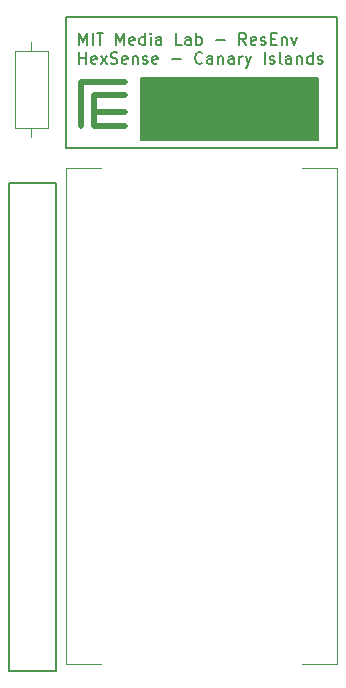
<source format=gbr>
%TF.GenerationSoftware,KiCad,Pcbnew,7.0.5*%
%TF.CreationDate,2024-01-23T00:39:16-05:00*%
%TF.ProjectId,SIDE,53494445-2e6b-4696-9361-645f70636258,rev?*%
%TF.SameCoordinates,Original*%
%TF.FileFunction,Legend,Top*%
%TF.FilePolarity,Positive*%
%FSLAX46Y46*%
G04 Gerber Fmt 4.6, Leading zero omitted, Abs format (unit mm)*
G04 Created by KiCad (PCBNEW 7.0.5) date 2024-01-23 00:39:16*
%MOMM*%
%LPD*%
G01*
G04 APERTURE LIST*
%ADD10C,0.150000*%
%ADD11C,0.500000*%
%ADD12C,0.120000*%
G04 APERTURE END LIST*
D10*
X175220000Y-72718022D02*
X198220000Y-72718022D01*
X198220000Y-83818022D01*
X175220000Y-83818022D01*
X175220000Y-72718022D01*
D11*
X177620000Y-80718022D02*
X180220000Y-80718022D01*
X176520000Y-78218022D02*
X180220000Y-78218022D01*
X177620000Y-81968022D02*
X177620000Y-79284690D01*
X177620000Y-81968022D02*
X180220000Y-81968022D01*
X176520000Y-78218022D02*
X176520000Y-81968022D01*
D10*
X170430000Y-86768022D02*
X174430000Y-86768022D01*
X174430000Y-128062022D01*
X170430000Y-128062022D01*
X170430000Y-86768022D01*
X181620000Y-77918022D02*
X196570000Y-77918022D01*
X196570000Y-83168022D01*
X181620000Y-83168022D01*
X181620000Y-77918022D01*
G36*
X181620000Y-77918022D02*
G01*
X196570000Y-77918022D01*
X196570000Y-83168022D01*
X181620000Y-83168022D01*
X181620000Y-77918022D01*
G37*
D11*
X177620000Y-79284690D02*
X180220000Y-79284690D01*
D10*
X176356779Y-75077841D02*
X176356779Y-74077841D01*
X176356779Y-74077841D02*
X176690112Y-74792126D01*
X176690112Y-74792126D02*
X177023445Y-74077841D01*
X177023445Y-74077841D02*
X177023445Y-75077841D01*
X177499636Y-75077841D02*
X177499636Y-74077841D01*
X177832969Y-74077841D02*
X178404397Y-74077841D01*
X178118683Y-75077841D02*
X178118683Y-74077841D01*
X179499636Y-75077841D02*
X179499636Y-74077841D01*
X179499636Y-74077841D02*
X179832969Y-74792126D01*
X179832969Y-74792126D02*
X180166302Y-74077841D01*
X180166302Y-74077841D02*
X180166302Y-75077841D01*
X181023445Y-75030222D02*
X180928207Y-75077841D01*
X180928207Y-75077841D02*
X180737731Y-75077841D01*
X180737731Y-75077841D02*
X180642493Y-75030222D01*
X180642493Y-75030222D02*
X180594874Y-74934983D01*
X180594874Y-74934983D02*
X180594874Y-74554031D01*
X180594874Y-74554031D02*
X180642493Y-74458793D01*
X180642493Y-74458793D02*
X180737731Y-74411174D01*
X180737731Y-74411174D02*
X180928207Y-74411174D01*
X180928207Y-74411174D02*
X181023445Y-74458793D01*
X181023445Y-74458793D02*
X181071064Y-74554031D01*
X181071064Y-74554031D02*
X181071064Y-74649269D01*
X181071064Y-74649269D02*
X180594874Y-74744507D01*
X181928207Y-75077841D02*
X181928207Y-74077841D01*
X181928207Y-75030222D02*
X181832969Y-75077841D01*
X181832969Y-75077841D02*
X181642493Y-75077841D01*
X181642493Y-75077841D02*
X181547255Y-75030222D01*
X181547255Y-75030222D02*
X181499636Y-74982602D01*
X181499636Y-74982602D02*
X181452017Y-74887364D01*
X181452017Y-74887364D02*
X181452017Y-74601650D01*
X181452017Y-74601650D02*
X181499636Y-74506412D01*
X181499636Y-74506412D02*
X181547255Y-74458793D01*
X181547255Y-74458793D02*
X181642493Y-74411174D01*
X181642493Y-74411174D02*
X181832969Y-74411174D01*
X181832969Y-74411174D02*
X181928207Y-74458793D01*
X182404398Y-75077841D02*
X182404398Y-74411174D01*
X182404398Y-74077841D02*
X182356779Y-74125460D01*
X182356779Y-74125460D02*
X182404398Y-74173079D01*
X182404398Y-74173079D02*
X182452017Y-74125460D01*
X182452017Y-74125460D02*
X182404398Y-74077841D01*
X182404398Y-74077841D02*
X182404398Y-74173079D01*
X183309159Y-75077841D02*
X183309159Y-74554031D01*
X183309159Y-74554031D02*
X183261540Y-74458793D01*
X183261540Y-74458793D02*
X183166302Y-74411174D01*
X183166302Y-74411174D02*
X182975826Y-74411174D01*
X182975826Y-74411174D02*
X182880588Y-74458793D01*
X183309159Y-75030222D02*
X183213921Y-75077841D01*
X183213921Y-75077841D02*
X182975826Y-75077841D01*
X182975826Y-75077841D02*
X182880588Y-75030222D01*
X182880588Y-75030222D02*
X182832969Y-74934983D01*
X182832969Y-74934983D02*
X182832969Y-74839745D01*
X182832969Y-74839745D02*
X182880588Y-74744507D01*
X182880588Y-74744507D02*
X182975826Y-74696888D01*
X182975826Y-74696888D02*
X183213921Y-74696888D01*
X183213921Y-74696888D02*
X183309159Y-74649269D01*
X185023445Y-75077841D02*
X184547255Y-75077841D01*
X184547255Y-75077841D02*
X184547255Y-74077841D01*
X185785350Y-75077841D02*
X185785350Y-74554031D01*
X185785350Y-74554031D02*
X185737731Y-74458793D01*
X185737731Y-74458793D02*
X185642493Y-74411174D01*
X185642493Y-74411174D02*
X185452017Y-74411174D01*
X185452017Y-74411174D02*
X185356779Y-74458793D01*
X185785350Y-75030222D02*
X185690112Y-75077841D01*
X185690112Y-75077841D02*
X185452017Y-75077841D01*
X185452017Y-75077841D02*
X185356779Y-75030222D01*
X185356779Y-75030222D02*
X185309160Y-74934983D01*
X185309160Y-74934983D02*
X185309160Y-74839745D01*
X185309160Y-74839745D02*
X185356779Y-74744507D01*
X185356779Y-74744507D02*
X185452017Y-74696888D01*
X185452017Y-74696888D02*
X185690112Y-74696888D01*
X185690112Y-74696888D02*
X185785350Y-74649269D01*
X186261541Y-75077841D02*
X186261541Y-74077841D01*
X186261541Y-74458793D02*
X186356779Y-74411174D01*
X186356779Y-74411174D02*
X186547255Y-74411174D01*
X186547255Y-74411174D02*
X186642493Y-74458793D01*
X186642493Y-74458793D02*
X186690112Y-74506412D01*
X186690112Y-74506412D02*
X186737731Y-74601650D01*
X186737731Y-74601650D02*
X186737731Y-74887364D01*
X186737731Y-74887364D02*
X186690112Y-74982602D01*
X186690112Y-74982602D02*
X186642493Y-75030222D01*
X186642493Y-75030222D02*
X186547255Y-75077841D01*
X186547255Y-75077841D02*
X186356779Y-75077841D01*
X186356779Y-75077841D02*
X186261541Y-75030222D01*
X187928208Y-74696888D02*
X188690113Y-74696888D01*
X190499636Y-75077841D02*
X190166303Y-74601650D01*
X189928208Y-75077841D02*
X189928208Y-74077841D01*
X189928208Y-74077841D02*
X190309160Y-74077841D01*
X190309160Y-74077841D02*
X190404398Y-74125460D01*
X190404398Y-74125460D02*
X190452017Y-74173079D01*
X190452017Y-74173079D02*
X190499636Y-74268317D01*
X190499636Y-74268317D02*
X190499636Y-74411174D01*
X190499636Y-74411174D02*
X190452017Y-74506412D01*
X190452017Y-74506412D02*
X190404398Y-74554031D01*
X190404398Y-74554031D02*
X190309160Y-74601650D01*
X190309160Y-74601650D02*
X189928208Y-74601650D01*
X191309160Y-75030222D02*
X191213922Y-75077841D01*
X191213922Y-75077841D02*
X191023446Y-75077841D01*
X191023446Y-75077841D02*
X190928208Y-75030222D01*
X190928208Y-75030222D02*
X190880589Y-74934983D01*
X190880589Y-74934983D02*
X190880589Y-74554031D01*
X190880589Y-74554031D02*
X190928208Y-74458793D01*
X190928208Y-74458793D02*
X191023446Y-74411174D01*
X191023446Y-74411174D02*
X191213922Y-74411174D01*
X191213922Y-74411174D02*
X191309160Y-74458793D01*
X191309160Y-74458793D02*
X191356779Y-74554031D01*
X191356779Y-74554031D02*
X191356779Y-74649269D01*
X191356779Y-74649269D02*
X190880589Y-74744507D01*
X191737732Y-75030222D02*
X191832970Y-75077841D01*
X191832970Y-75077841D02*
X192023446Y-75077841D01*
X192023446Y-75077841D02*
X192118684Y-75030222D01*
X192118684Y-75030222D02*
X192166303Y-74934983D01*
X192166303Y-74934983D02*
X192166303Y-74887364D01*
X192166303Y-74887364D02*
X192118684Y-74792126D01*
X192118684Y-74792126D02*
X192023446Y-74744507D01*
X192023446Y-74744507D02*
X191880589Y-74744507D01*
X191880589Y-74744507D02*
X191785351Y-74696888D01*
X191785351Y-74696888D02*
X191737732Y-74601650D01*
X191737732Y-74601650D02*
X191737732Y-74554031D01*
X191737732Y-74554031D02*
X191785351Y-74458793D01*
X191785351Y-74458793D02*
X191880589Y-74411174D01*
X191880589Y-74411174D02*
X192023446Y-74411174D01*
X192023446Y-74411174D02*
X192118684Y-74458793D01*
X192594875Y-74554031D02*
X192928208Y-74554031D01*
X193071065Y-75077841D02*
X192594875Y-75077841D01*
X192594875Y-75077841D02*
X192594875Y-74077841D01*
X192594875Y-74077841D02*
X193071065Y-74077841D01*
X193499637Y-74411174D02*
X193499637Y-75077841D01*
X193499637Y-74506412D02*
X193547256Y-74458793D01*
X193547256Y-74458793D02*
X193642494Y-74411174D01*
X193642494Y-74411174D02*
X193785351Y-74411174D01*
X193785351Y-74411174D02*
X193880589Y-74458793D01*
X193880589Y-74458793D02*
X193928208Y-74554031D01*
X193928208Y-74554031D02*
X193928208Y-75077841D01*
X194309161Y-74411174D02*
X194547256Y-75077841D01*
X194547256Y-75077841D02*
X194785351Y-74411174D01*
X176356779Y-76687841D02*
X176356779Y-75687841D01*
X176356779Y-76164031D02*
X176928207Y-76164031D01*
X176928207Y-76687841D02*
X176928207Y-75687841D01*
X177785350Y-76640222D02*
X177690112Y-76687841D01*
X177690112Y-76687841D02*
X177499636Y-76687841D01*
X177499636Y-76687841D02*
X177404398Y-76640222D01*
X177404398Y-76640222D02*
X177356779Y-76544983D01*
X177356779Y-76544983D02*
X177356779Y-76164031D01*
X177356779Y-76164031D02*
X177404398Y-76068793D01*
X177404398Y-76068793D02*
X177499636Y-76021174D01*
X177499636Y-76021174D02*
X177690112Y-76021174D01*
X177690112Y-76021174D02*
X177785350Y-76068793D01*
X177785350Y-76068793D02*
X177832969Y-76164031D01*
X177832969Y-76164031D02*
X177832969Y-76259269D01*
X177832969Y-76259269D02*
X177356779Y-76354507D01*
X178166303Y-76687841D02*
X178690112Y-76021174D01*
X178166303Y-76021174D02*
X178690112Y-76687841D01*
X179023446Y-76640222D02*
X179166303Y-76687841D01*
X179166303Y-76687841D02*
X179404398Y-76687841D01*
X179404398Y-76687841D02*
X179499636Y-76640222D01*
X179499636Y-76640222D02*
X179547255Y-76592602D01*
X179547255Y-76592602D02*
X179594874Y-76497364D01*
X179594874Y-76497364D02*
X179594874Y-76402126D01*
X179594874Y-76402126D02*
X179547255Y-76306888D01*
X179547255Y-76306888D02*
X179499636Y-76259269D01*
X179499636Y-76259269D02*
X179404398Y-76211650D01*
X179404398Y-76211650D02*
X179213922Y-76164031D01*
X179213922Y-76164031D02*
X179118684Y-76116412D01*
X179118684Y-76116412D02*
X179071065Y-76068793D01*
X179071065Y-76068793D02*
X179023446Y-75973555D01*
X179023446Y-75973555D02*
X179023446Y-75878317D01*
X179023446Y-75878317D02*
X179071065Y-75783079D01*
X179071065Y-75783079D02*
X179118684Y-75735460D01*
X179118684Y-75735460D02*
X179213922Y-75687841D01*
X179213922Y-75687841D02*
X179452017Y-75687841D01*
X179452017Y-75687841D02*
X179594874Y-75735460D01*
X180404398Y-76640222D02*
X180309160Y-76687841D01*
X180309160Y-76687841D02*
X180118684Y-76687841D01*
X180118684Y-76687841D02*
X180023446Y-76640222D01*
X180023446Y-76640222D02*
X179975827Y-76544983D01*
X179975827Y-76544983D02*
X179975827Y-76164031D01*
X179975827Y-76164031D02*
X180023446Y-76068793D01*
X180023446Y-76068793D02*
X180118684Y-76021174D01*
X180118684Y-76021174D02*
X180309160Y-76021174D01*
X180309160Y-76021174D02*
X180404398Y-76068793D01*
X180404398Y-76068793D02*
X180452017Y-76164031D01*
X180452017Y-76164031D02*
X180452017Y-76259269D01*
X180452017Y-76259269D02*
X179975827Y-76354507D01*
X180880589Y-76021174D02*
X180880589Y-76687841D01*
X180880589Y-76116412D02*
X180928208Y-76068793D01*
X180928208Y-76068793D02*
X181023446Y-76021174D01*
X181023446Y-76021174D02*
X181166303Y-76021174D01*
X181166303Y-76021174D02*
X181261541Y-76068793D01*
X181261541Y-76068793D02*
X181309160Y-76164031D01*
X181309160Y-76164031D02*
X181309160Y-76687841D01*
X181737732Y-76640222D02*
X181832970Y-76687841D01*
X181832970Y-76687841D02*
X182023446Y-76687841D01*
X182023446Y-76687841D02*
X182118684Y-76640222D01*
X182118684Y-76640222D02*
X182166303Y-76544983D01*
X182166303Y-76544983D02*
X182166303Y-76497364D01*
X182166303Y-76497364D02*
X182118684Y-76402126D01*
X182118684Y-76402126D02*
X182023446Y-76354507D01*
X182023446Y-76354507D02*
X181880589Y-76354507D01*
X181880589Y-76354507D02*
X181785351Y-76306888D01*
X181785351Y-76306888D02*
X181737732Y-76211650D01*
X181737732Y-76211650D02*
X181737732Y-76164031D01*
X181737732Y-76164031D02*
X181785351Y-76068793D01*
X181785351Y-76068793D02*
X181880589Y-76021174D01*
X181880589Y-76021174D02*
X182023446Y-76021174D01*
X182023446Y-76021174D02*
X182118684Y-76068793D01*
X182975827Y-76640222D02*
X182880589Y-76687841D01*
X182880589Y-76687841D02*
X182690113Y-76687841D01*
X182690113Y-76687841D02*
X182594875Y-76640222D01*
X182594875Y-76640222D02*
X182547256Y-76544983D01*
X182547256Y-76544983D02*
X182547256Y-76164031D01*
X182547256Y-76164031D02*
X182594875Y-76068793D01*
X182594875Y-76068793D02*
X182690113Y-76021174D01*
X182690113Y-76021174D02*
X182880589Y-76021174D01*
X182880589Y-76021174D02*
X182975827Y-76068793D01*
X182975827Y-76068793D02*
X183023446Y-76164031D01*
X183023446Y-76164031D02*
X183023446Y-76259269D01*
X183023446Y-76259269D02*
X182547256Y-76354507D01*
X184213923Y-76306888D02*
X184975828Y-76306888D01*
X186785351Y-76592602D02*
X186737732Y-76640222D01*
X186737732Y-76640222D02*
X186594875Y-76687841D01*
X186594875Y-76687841D02*
X186499637Y-76687841D01*
X186499637Y-76687841D02*
X186356780Y-76640222D01*
X186356780Y-76640222D02*
X186261542Y-76544983D01*
X186261542Y-76544983D02*
X186213923Y-76449745D01*
X186213923Y-76449745D02*
X186166304Y-76259269D01*
X186166304Y-76259269D02*
X186166304Y-76116412D01*
X186166304Y-76116412D02*
X186213923Y-75925936D01*
X186213923Y-75925936D02*
X186261542Y-75830698D01*
X186261542Y-75830698D02*
X186356780Y-75735460D01*
X186356780Y-75735460D02*
X186499637Y-75687841D01*
X186499637Y-75687841D02*
X186594875Y-75687841D01*
X186594875Y-75687841D02*
X186737732Y-75735460D01*
X186737732Y-75735460D02*
X186785351Y-75783079D01*
X187642494Y-76687841D02*
X187642494Y-76164031D01*
X187642494Y-76164031D02*
X187594875Y-76068793D01*
X187594875Y-76068793D02*
X187499637Y-76021174D01*
X187499637Y-76021174D02*
X187309161Y-76021174D01*
X187309161Y-76021174D02*
X187213923Y-76068793D01*
X187642494Y-76640222D02*
X187547256Y-76687841D01*
X187547256Y-76687841D02*
X187309161Y-76687841D01*
X187309161Y-76687841D02*
X187213923Y-76640222D01*
X187213923Y-76640222D02*
X187166304Y-76544983D01*
X187166304Y-76544983D02*
X187166304Y-76449745D01*
X187166304Y-76449745D02*
X187213923Y-76354507D01*
X187213923Y-76354507D02*
X187309161Y-76306888D01*
X187309161Y-76306888D02*
X187547256Y-76306888D01*
X187547256Y-76306888D02*
X187642494Y-76259269D01*
X188118685Y-76021174D02*
X188118685Y-76687841D01*
X188118685Y-76116412D02*
X188166304Y-76068793D01*
X188166304Y-76068793D02*
X188261542Y-76021174D01*
X188261542Y-76021174D02*
X188404399Y-76021174D01*
X188404399Y-76021174D02*
X188499637Y-76068793D01*
X188499637Y-76068793D02*
X188547256Y-76164031D01*
X188547256Y-76164031D02*
X188547256Y-76687841D01*
X189452018Y-76687841D02*
X189452018Y-76164031D01*
X189452018Y-76164031D02*
X189404399Y-76068793D01*
X189404399Y-76068793D02*
X189309161Y-76021174D01*
X189309161Y-76021174D02*
X189118685Y-76021174D01*
X189118685Y-76021174D02*
X189023447Y-76068793D01*
X189452018Y-76640222D02*
X189356780Y-76687841D01*
X189356780Y-76687841D02*
X189118685Y-76687841D01*
X189118685Y-76687841D02*
X189023447Y-76640222D01*
X189023447Y-76640222D02*
X188975828Y-76544983D01*
X188975828Y-76544983D02*
X188975828Y-76449745D01*
X188975828Y-76449745D02*
X189023447Y-76354507D01*
X189023447Y-76354507D02*
X189118685Y-76306888D01*
X189118685Y-76306888D02*
X189356780Y-76306888D01*
X189356780Y-76306888D02*
X189452018Y-76259269D01*
X189928209Y-76687841D02*
X189928209Y-76021174D01*
X189928209Y-76211650D02*
X189975828Y-76116412D01*
X189975828Y-76116412D02*
X190023447Y-76068793D01*
X190023447Y-76068793D02*
X190118685Y-76021174D01*
X190118685Y-76021174D02*
X190213923Y-76021174D01*
X190452019Y-76021174D02*
X190690114Y-76687841D01*
X190928209Y-76021174D02*
X190690114Y-76687841D01*
X190690114Y-76687841D02*
X190594876Y-76925936D01*
X190594876Y-76925936D02*
X190547257Y-76973555D01*
X190547257Y-76973555D02*
X190452019Y-77021174D01*
X192071067Y-76687841D02*
X192071067Y-75687841D01*
X192499638Y-76640222D02*
X192594876Y-76687841D01*
X192594876Y-76687841D02*
X192785352Y-76687841D01*
X192785352Y-76687841D02*
X192880590Y-76640222D01*
X192880590Y-76640222D02*
X192928209Y-76544983D01*
X192928209Y-76544983D02*
X192928209Y-76497364D01*
X192928209Y-76497364D02*
X192880590Y-76402126D01*
X192880590Y-76402126D02*
X192785352Y-76354507D01*
X192785352Y-76354507D02*
X192642495Y-76354507D01*
X192642495Y-76354507D02*
X192547257Y-76306888D01*
X192547257Y-76306888D02*
X192499638Y-76211650D01*
X192499638Y-76211650D02*
X192499638Y-76164031D01*
X192499638Y-76164031D02*
X192547257Y-76068793D01*
X192547257Y-76068793D02*
X192642495Y-76021174D01*
X192642495Y-76021174D02*
X192785352Y-76021174D01*
X192785352Y-76021174D02*
X192880590Y-76068793D01*
X193499638Y-76687841D02*
X193404400Y-76640222D01*
X193404400Y-76640222D02*
X193356781Y-76544983D01*
X193356781Y-76544983D02*
X193356781Y-75687841D01*
X194309162Y-76687841D02*
X194309162Y-76164031D01*
X194309162Y-76164031D02*
X194261543Y-76068793D01*
X194261543Y-76068793D02*
X194166305Y-76021174D01*
X194166305Y-76021174D02*
X193975829Y-76021174D01*
X193975829Y-76021174D02*
X193880591Y-76068793D01*
X194309162Y-76640222D02*
X194213924Y-76687841D01*
X194213924Y-76687841D02*
X193975829Y-76687841D01*
X193975829Y-76687841D02*
X193880591Y-76640222D01*
X193880591Y-76640222D02*
X193832972Y-76544983D01*
X193832972Y-76544983D02*
X193832972Y-76449745D01*
X193832972Y-76449745D02*
X193880591Y-76354507D01*
X193880591Y-76354507D02*
X193975829Y-76306888D01*
X193975829Y-76306888D02*
X194213924Y-76306888D01*
X194213924Y-76306888D02*
X194309162Y-76259269D01*
X194785353Y-76021174D02*
X194785353Y-76687841D01*
X194785353Y-76116412D02*
X194832972Y-76068793D01*
X194832972Y-76068793D02*
X194928210Y-76021174D01*
X194928210Y-76021174D02*
X195071067Y-76021174D01*
X195071067Y-76021174D02*
X195166305Y-76068793D01*
X195166305Y-76068793D02*
X195213924Y-76164031D01*
X195213924Y-76164031D02*
X195213924Y-76687841D01*
X196118686Y-76687841D02*
X196118686Y-75687841D01*
X196118686Y-76640222D02*
X196023448Y-76687841D01*
X196023448Y-76687841D02*
X195832972Y-76687841D01*
X195832972Y-76687841D02*
X195737734Y-76640222D01*
X195737734Y-76640222D02*
X195690115Y-76592602D01*
X195690115Y-76592602D02*
X195642496Y-76497364D01*
X195642496Y-76497364D02*
X195642496Y-76211650D01*
X195642496Y-76211650D02*
X195690115Y-76116412D01*
X195690115Y-76116412D02*
X195737734Y-76068793D01*
X195737734Y-76068793D02*
X195832972Y-76021174D01*
X195832972Y-76021174D02*
X196023448Y-76021174D01*
X196023448Y-76021174D02*
X196118686Y-76068793D01*
X196547258Y-76640222D02*
X196642496Y-76687841D01*
X196642496Y-76687841D02*
X196832972Y-76687841D01*
X196832972Y-76687841D02*
X196928210Y-76640222D01*
X196928210Y-76640222D02*
X196975829Y-76544983D01*
X196975829Y-76544983D02*
X196975829Y-76497364D01*
X196975829Y-76497364D02*
X196928210Y-76402126D01*
X196928210Y-76402126D02*
X196832972Y-76354507D01*
X196832972Y-76354507D02*
X196690115Y-76354507D01*
X196690115Y-76354507D02*
X196594877Y-76306888D01*
X196594877Y-76306888D02*
X196547258Y-76211650D01*
X196547258Y-76211650D02*
X196547258Y-76164031D01*
X196547258Y-76164031D02*
X196594877Y-76068793D01*
X196594877Y-76068793D02*
X196690115Y-76021174D01*
X196690115Y-76021174D02*
X196832972Y-76021174D01*
X196832972Y-76021174D02*
X196928210Y-76068793D01*
D12*
%TO.C,SC2*%
X198220000Y-127518022D02*
X198220000Y-85518022D01*
X198220000Y-127518022D02*
X195220000Y-127518022D01*
X198220000Y-85518022D02*
X195220000Y-85518022D01*
X178220000Y-127518022D02*
X175220000Y-127518022D01*
X175220000Y-127518022D02*
X175220000Y-85518022D01*
X175220000Y-85518022D02*
X178220000Y-85518022D01*
%TO.C,R6*%
X172320000Y-82890000D02*
X172320000Y-82120000D01*
X170950000Y-82120000D02*
X173690000Y-82120000D01*
X173690000Y-82120000D02*
X173690000Y-75580000D01*
X170950000Y-75580000D02*
X170950000Y-82120000D01*
X173690000Y-75580000D02*
X170950000Y-75580000D01*
X172320000Y-74810000D02*
X172320000Y-75580000D01*
%TD*%
M02*

</source>
